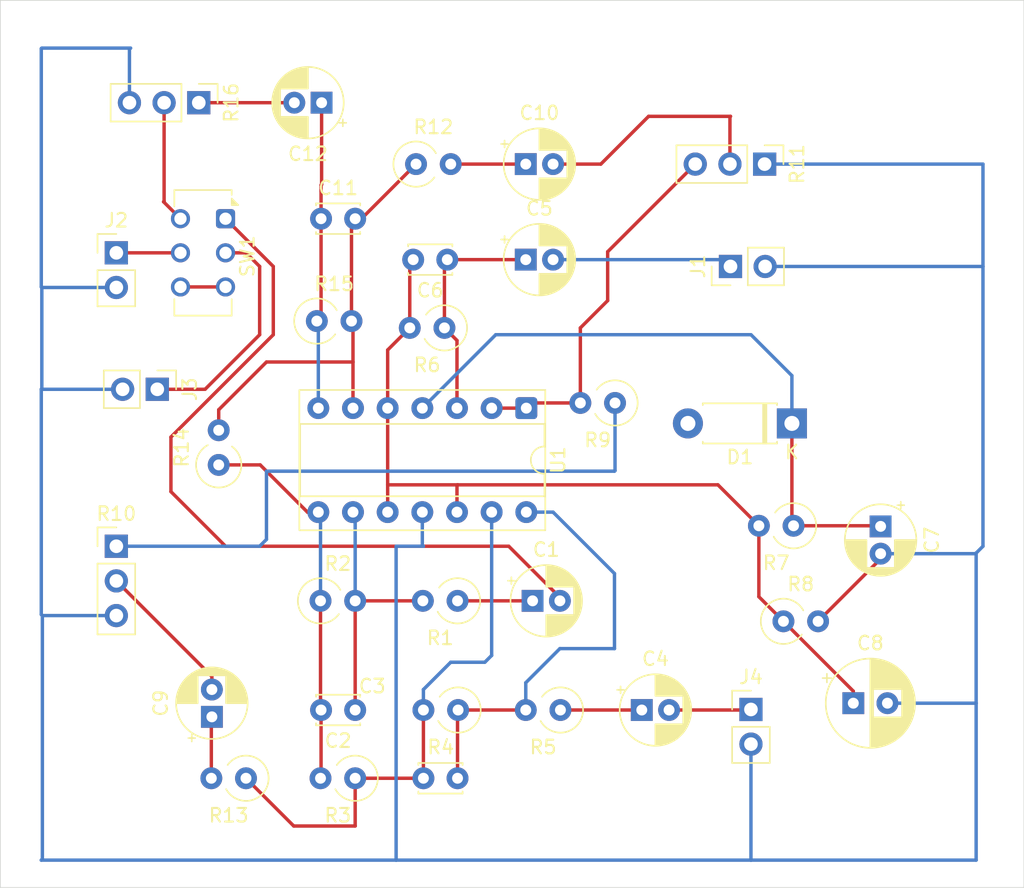
<source format=kicad_pcb>
(kicad_pcb (version 20241229) (generator "pcbnew") (generator_version "9.0")
  (layers (0 "F.Cu" signal) (2 "B.Cu" signal) (13 "F.Paste" user) (15 "B.Paste" user) (5 "F.SilkS" user "F.Silkscreen") (7 "B.SilkS" user "B.Silkscreen") (1 "F.Mask" user) (3 "B.Mask" user) (25 "Edge.Cuts" user))
  (net 0 "")
  (net 1 "Net-(C1-Pad1)")
  (net 2 "Net-(C1-Pad2)")
  (net 3 "Net-(C2-Pad2)")
  (net 4 "Net-(U1C--)")
  (net 5 "Net-(U1D--)")
  (net 6 "Net-(C3-Pad2)")
  (net 7 "Net-(C4-Pad1)")
  (net 8 "Net-(J4-In)")
  (net 9 "Net-(J1-In)")
  (net 10 "Net-(U1A-+)")
  (net 11 "B")
  (net 12 "Earth")
  (net 13 "A")
  (net 14 "Net-(C9-Pad1)")
  (net 15 "Net-(C9-Pad2)")
  (net 16 "Net-(C10-Pad1)")
  (net 17 "Net-(C10-Pad2)")
  (net 18 "Net-(U1B--)")
  (net 19 "Net-(C11-Pad1)")
  (net 20 "Net-(C12-Pad2)")
  (net 21 "+1V0")
  (net 22 "Net-(J2-In)")
  (net 23 "Net-(J3-In)")
  (net 24 "Net-(U1A--)")
  (net 25 "Net-(R10-Pad1)")
  (net 26 "Net-(R16-Pad2)")
  (net 27 "Net-(SW1-A-Pad4)")
  (footprint "Resistor_THT:R_Axial_DIN0309_L9.0mm_D3.2mm_P2.54mm_Vertical" (layer "F.Cu") (at 61 124.04 90)
    (property "Reference" "R14" (at 1.27 -2.72 90) (layer "F.SilkS"))
    (property "Value" "22K")
    (pad "1" thru_hole circle (at 0 0 90) (size 1.6 1.6) (drill 0.8) (layers "*.Cu" "*.Mask") (net 3 "Net-(C2-Pad2)"))
    (pad "2" thru_hole oval (at 2.54 0 90) (size 1.6 1.6) (drill 0.8) (layers "*.Cu" "*.Mask") (net 18 "Net-(U1B--)"))
  )
  (footprint "Resistor_THT:R_Axial_DIN0309_L9.0mm_D3.2mm_P2.54mm_Vertical" (layer "F.Cu") (at 71 147 180)
    (property "Reference" "R3" (at 1.27 -2.72 0) (layer "F.SilkS"))
    (property "Value" "100K")
    (pad "1" thru_hole circle (at 0 0 180) (size 1.6 1.6) (drill 0.8) (layers "*.Cu" "*.Mask") (net 5 "Net-(U1D--)"))
    (pad "2" thru_hole oval (at 2.54 0 180) (size 1.6 1.6) (drill 0.8) (layers "*.Cu" "*.Mask") (net 3 "Net-(C2-Pad2)"))
  )
  (footprint "Connector_PinHeader_2.54mm:PinHeader_1x02_P2.54mm_Vertical" (layer "F.Cu") (at 98.5 109.5 90)
    (property "Reference" "J1" (at 0 -2.38 90) (layer "F.SilkS"))
    (property "Value" "IN FROM TAPE OUT")
    (pad "1" thru_hole rect (at 0 0 90) (size 1.7 1.7) (drill 1) (layers "*.Cu" "*.Mask") (net 9 "Net-(J1-In)"))
    (pad "2" thru_hole circle (at 0 2.54 90) (size 1.7 1.7) (drill 1) (layers "*.Cu" "*.Mask") (net 12 "Earth"))
  )
  (footprint "Resistor_THT:R_Axial_DIN0309_L9.0mm_D3.2mm_P2.54mm_Vertical" (layer "F.Cu") (at 77.54 114 180)
    (property "Reference" "R6" (at 1.27 -2.72 180) (layer "F.SilkS"))
    (property "Value" "47K")
    (pad "1" thru_hole circle (at 0 0 180) (size 1.6 1.6) (drill 0.8) (layers "*.Cu" "*.Mask") (net 10 "Net-(U1A-+)"))
    (pad "2" thru_hole oval (at 2.54 0 180) (size 1.6 1.6) (drill 0.8) (layers "*.Cu" "*.Mask") (net 11 "B"))
  )
  (footprint "Connector_PinHeader_2.54mm:PinHeader_1x02_P2.54mm_Vertical" (layer "F.Cu") (at 53.5 108.5)
    (property "Reference" "J2" (at 0 -2.38 0) (layer "F.SilkS"))
    (property "Value" "OUTPUT")
    (pad "1" thru_hole rect (at 0 0) (size 1.7 1.7) (drill 1) (layers "*.Cu" "*.Mask") (net 22 "Net-(J2-In)"))
    (pad "2" thru_hole circle (at 0 2.54) (size 1.7 1.7) (drill 1) (layers "*.Cu" "*.Mask") (net 12 "Earth"))
  )
  (footprint "Capacitor_THT:C_Disc_D3.0mm_W2.0mm_P2.50mm" (layer "F.Cu") (at 68.5 106)
    (property "Reference" "C11" (at 1.25 -2.25 0) (layer "F.SilkS"))
    (property "Value" "100p")
    (pad "1" thru_hole circle (at 0 0) (size 1.6 1.6) (drill 0.8) (layers "*.Cu" "*.Mask") (net 19 "Net-(C11-Pad1)"))
    (pad "2" thru_hole circle (at 2.5 0) (size 1.6 1.6) (drill 0.8) (layers "*.Cu" "*.Mask") (net 18 "Net-(U1B--)"))
  )
  (footprint "Button_Switch_THT:SW_CK_JS202011CQN_DPDT_Straight" (layer "F.Cu") (at 61.5 106 -90)
    (property "Reference" "SW1" (at 2.75 -1.6 90) (layer "F.SilkS"))
    (property "Value" "BYPASS SWITCH")
    (pad "1" thru_hole roundrect (at 0 0 270) (size 1.4 1.4) (drill 0.9) (layers "*.Cu" "*.Mask") (roundrect_rratio 0.1785714286) (net 2 "Net-(C1-Pad2)"))
    (pad "2" thru_hole circle (at 2.5 0 270) (size 1.4 1.4) (drill 0.9) (layers "*.Cu" "*.Mask") (net 23 "Net-(J3-In)"))
    (pad "3" thru_hole circle (at 5 0 270) (size 1.4 1.4) (drill 0.9) (layers "*.Cu" "*.Mask") (net 27 "Net-(SW1-A-Pad4)"))
    (pad "4" thru_hole circle (at 5 3.3 270) (size 1.4 1.4) (drill 0.9) (layers "*.Cu" "*.Mask") (net 27 "Net-(SW1-A-Pad4)"))
    (pad "5" thru_hole circle (at 2.5 3.3 270) (size 1.4 1.4) (drill 0.9) (layers "*.Cu" "*.Mask") (net 22 "Net-(J2-In)"))
    (pad "6" thru_hole circle (at 0 3.3 270) (size 1.4 1.4) (drill 0.9) (layers "*.Cu" "*.Mask") (net 26 "Net-(R16-Pad2)"))
  )
  (footprint "Resistor_THT:R_Axial_DIN0309_L9.0mm_D3.2mm_P2.54mm_Vertical" (layer "F.Cu") (at 68.46 134)
    (property "Reference" "R2" (at 1.27 -2.72 0) (layer "F.SilkS"))
    (property "Value" "100K")
    (pad "1" thru_hole circle (at 0 0) (size 1.6 1.6) (drill 0.8) (layers "*.Cu" "*.Mask") (net 3 "Net-(C2-Pad2)"))
    (pad "2" thru_hole oval (at 2.54 0) (size 1.6 1.6) (drill 0.8) (layers "*.Cu" "*.Mask") (net 4 "Net-(U1C--)"))
  )
  (footprint "Connector_PinHeader_2.54mm:PinHeader_1x03_P2.54mm_Vertical" (layer "F.Cu") (at 59.54 97.5 -90)
    (property "Reference" "R16" (at 0 -2.38 90) (layer "F.SilkS"))
    (property "Value" "10K-A")
    (pad "1" thru_hole rect (at 0 0 270) (size 1.7 1.7) (drill 1) (layers "*.Cu" "*.Mask") (net 20 "Net-(C12-Pad2)"))
    (pad "2" thru_hole circle (at 0 2.54 270) (size 1.7 1.7) (drill 1) (layers "*.Cu" "*.Mask") (net 26 "Net-(R16-Pad2)"))
    (pad "3" thru_hole circle (at 0 5.08 270) (size 1.7 1.7) (drill 1) (layers "*.Cu" "*.Mask") (net 12 "Earth"))
  )
  (footprint "Capacitor_THT:CP_Radial_D5.0mm_P2.00mm" (layer "F.Cu") (at 92 142)
    (property "Reference" "C4" (at 1 -3.75 0) (layer "F.SilkS"))
    (property "Value" "10uF")
    (pad "1" thru_hole rect (at 0 0) (size 1.6 1.6) (drill 0.8) (layers "*.Cu" "*.Mask") (net 7 "Net-(C4-Pad1)"))
    (pad "2" thru_hole circle (at 2 0) (size 1.6 1.6) (drill 0.8) (layers "*.Cu" "*.Mask") (net 8 "Net-(J4-In)"))
  )
  (footprint "Resistor_THT:R_Axial_DIN0309_L9.0mm_D3.2mm_P2.54mm_Vertical" (layer "F.Cu") (at 78.5 134 180)
    (property "Reference" "R1" (at 1.27 -2.72 0) (layer "F.SilkS"))
    (property "Value" "10K")
    (pad "1" thru_hole circle (at 0 0 180) (size 1.6 1.6) (drill 0.8) (layers "*.Cu" "*.Mask") (net 1 "Net-(C1-Pad1)"))
    (pad "2" thru_hole oval (at 2.54 0 180) (size 1.6 1.6) (drill 0.8) (layers "*.Cu" "*.Mask") (net 4 "Net-(U1C--)"))
  )
  (footprint "Resistor_THT:R_Axial_DIN0309_L9.0mm_D3.2mm_P2.54mm_Vertical" (layer "F.Cu") (at 78.54 142 180)
    (property "Reference" "R4" (at 1.27 -2.72 0) (layer "F.SilkS"))
    (property "Value" "100K")
    (pad "1" thru_hole circle (at 0 0 180) (size 1.6 1.6) (drill 0.8) (layers "*.Cu" "*.Mask") (net 6 "Net-(C3-Pad2)"))
    (pad "2" thru_hole oval (at 2.54 0 180) (size 1.6 1.6) (drill 0.8) (layers "*.Cu" "*.Mask") (net 5 "Net-(U1D--)"))
  )
  (footprint "Resistor_THT:R_Axial_DIN0309_L9.0mm_D3.2mm_P2.54mm_Vertical" (layer "F.Cu") (at 90.04 119.5 180)
    (property "Reference" "R9" (at 1.27 -2.72 0) (layer "F.SilkS"))
    (property "Value" "1.5K")
    (pad "1" thru_hole circle (at 0 0 180) (size 1.6 1.6) (drill 0.8) (layers "*.Cu" "*.Mask") (net 25 "Net-(R10-Pad1)"))
    (pad "2" thru_hole oval (at 2.54 0 180) (size 1.6 1.6) (drill 0.8) (layers "*.Cu" "*.Mask") (net 24 "Net-(U1A--)"))
  )
  (footprint "Capacitor_THT:CP_Radial_D5.0mm_P2.00mm" (layer "F.Cu") (at 84 134)
    (property "Reference" "C1" (at 1 -3.75 0) (layer "F.SilkS"))
    (property "Value" "10uF")
    (pad "1" thru_hole rect (at 0 0) (size 1.6 1.6) (drill 0.8) (layers "*.Cu" "*.Mask") (net 1 "Net-(C1-Pad1)"))
    (pad "2" thru_hole circle (at 2 0) (size 1.6 1.6) (drill 0.8) (layers "*.Cu" "*.Mask") (net 2 "Net-(C1-Pad2)"))
  )
  (footprint "Connector_PinHeader_2.54mm:PinHeader_1x03_P2.54mm_Vertical" (layer "F.Cu") (at 101 102 -90)
    (property "Reference" "R11" (at 0 -2.38 90) (layer "F.SilkS"))
    (property "Value" "10K-A")
    (pad "1" thru_hole rect (at 0 0 270) (size 1.7 1.7) (drill 1) (layers "*.Cu" "*.Mask") (net 12 "Earth"))
    (pad "2" thru_hole circle (at 0 2.54 270) (size 1.7 1.7) (drill 1) (layers "*.Cu" "*.Mask") (net 17 "Net-(C10-Pad2)"))
    (pad "3" thru_hole circle (at 0 5.08 270) (size 1.7 1.7) (drill 1) (layers "*.Cu" "*.Mask") (net 24 "Net-(U1A--)"))
  )
  (footprint "Diode_THT:D_DO-41_SOD81_P7.62mm_Horizontal" (layer "F.Cu") (at 103 121 180)
    (property "Reference" "D1" (at 3.81 -2.47 0) (layer "F.SilkS"))
    (property "Value" "4001")
    (fp_text user "K" (at 0 -2.1 0) (layer "F.SilkS"))
    (pad "1" thru_hole rect (at 0 0 180) (size 2.2 2.2) (drill 1.1) (layers "*.Cu" "*.Mask") (net 13 "A"))
    (pad "2" thru_hole oval (at 7.62 0 180) (size 2.2 2.2) (drill 1.1) (layers "*.Cu" "*.Mask") (net 21 "+1V0"))
  )
  (footprint "Capacitor_THT:C_Disc_D3.0mm_W2.0mm_P2.50mm" (layer "F.Cu") (at 71 142 180)
    (property "Reference" "C2" (at 1.25 -2.25 0) (layer "F.SilkS"))
    (property "Value" "100p")
    (pad "1" thru_hole circle (at 0 0 180) (size 1.6 1.6) (drill 0.8) (layers "*.Cu" "*.Mask") (net 4 "Net-(U1C--)"))
    (pad "2" thru_hole circle (at 2.5 0 180) (size 1.6 1.6) (drill 0.8) (layers "*.Cu" "*.Mask") (net 3 "Net-(C2-Pad2)"))
  )
  (footprint "Capacitor_THT:CP_Radial_D5.0mm_P2.00mm" (layer "F.Cu") (at 60.5 142.5 90)
    (property "Reference" "C9" (at 1 -3.75 90) (layer "F.SilkS"))
    (property "Value" "10uF")
    (pad "1" thru_hole rect (at 0 0 90) (size 1.6 1.6) (drill 0.8) (layers "*.Cu" "*.Mask") (net 14 "Net-(C9-Pad1)"))
    (pad "2" thru_hole circle (at 2 0 90) (size 1.6 1.6) (drill 0.8) (layers "*.Cu" "*.Mask") (net 15 "Net-(C9-Pad2)"))
  )
  (footprint "Connector_PinHeader_2.54mm:PinHeader_1x03_P2.54mm_Vertical" (layer "F.Cu") (at 53.5 130)
    (property "Reference" "R10" (at 0 -2.38 0) (layer "F.SilkS"))
    (property "Value" "20K")
    (pad "1" thru_hole rect (at 0 0) (size 1.7 1.7) (drill 1) (layers "*.Cu" "*.Mask") (net 25 "Net-(R10-Pad1)"))
    (pad "2" thru_hole circle (at 0 2.54) (size 1.7 1.7) (drill 1) (layers "*.Cu" "*.Mask") (net 15 "Net-(C9-Pad2)"))
    (pad "3" thru_hole circle (at 0 5.08) (size 1.7 1.7) (drill 1) (layers "*.Cu" "*.Mask") (net 12 "Earth"))
  )
  (footprint "Capacitor_THT:C_Disc_D3.0mm_W2.0mm_P2.50mm" (layer "F.Cu") (at 76 147)
    (property "Reference" "C3" (at -3.75 -6.75 0) (layer "F.SilkS"))
    (property "Value" "100p")
    (pad "1" thru_hole circle (at 0 0) (size 1.6 1.6) (drill 0.8) (layers "*.Cu" "*.Mask") (net 5 "Net-(U1D--)"))
    (pad "2" thru_hole circle (at 2.5 0) (size 1.6 1.6) (drill 0.8) (layers "*.Cu" "*.Mask") (net 6 "Net-(C3-Pad2)"))
  )
  (footprint "Capacitor_THT:CP_Radial_D5.0mm_P2.00mm" (layer "F.Cu") (at 68.54 97.5 180)
    (property "Reference" "C12" (at 1 -3.75 0) (layer "F.SilkS"))
    (property "Value" "10uF")
    (pad "1" thru_hole rect (at 0 0 180) (size 1.6 1.6) (drill 0.8) (layers "*.Cu" "*.Mask") (net 19 "Net-(C11-Pad1)"))
    (pad "2" thru_hole circle (at 2 0 180) (size 1.6 1.6) (drill 0.8) (layers "*.Cu" "*.Mask") (net 20 "Net-(C12-Pad2)"))
  )
  (footprint "Resistor_THT:R_Axial_DIN0309_L9.0mm_D3.2mm_P2.54mm_Vertical" (layer "F.Cu") (at 68.19 113.5)
    (property "Reference" "R15" (at 1.27 -2.72 0) (layer "F.SilkS"))
    (property "Value" "22K")
    (pad "1" thru_hole circle (at 0 0) (size 1.6 1.6) (drill 0.8) (layers "*.Cu" "*.Mask") (net 19 "Net-(C11-Pad1)"))
    (pad "2" thru_hole oval (at 2.54 0) (size 1.6 1.6) (drill 0.8) (layers "*.Cu" "*.Mask") (net 18 "Net-(U1B--)"))
  )
  (footprint "Resistor_THT:R_Axial_DIN0309_L9.0mm_D3.2mm_P2.54mm_Vertical" (layer "F.Cu") (at 102.38 135.5)
    (property "Reference" "R8" (at 1.27 -2.72 0) (layer "F.SilkS"))
    (property "Value" "10K")
    (pad "1" thru_hole circle (at 0 0) (size 1.6 1.6) (drill 0.8) (layers "*.Cu" "*.Mask") (net 11 "B"))
    (pad "2" thru_hole oval (at 2.54 0) (size 1.6 1.6) (drill 0.8) (layers "*.Cu" "*.Mask") (net 12 "Earth"))
  )
  (footprint "Resistor_THT:R_Axial_DIN0309_L9.0mm_D3.2mm_P2.54mm_Vertical" (layer "F.Cu") (at 75.46 102)
    (property "Reference" "R12" (at 1.27 -2.72 0) (layer "F.SilkS"))
    (property "Value" "22K")
    (pad "1" thru_hole circle (at 0 0) (size 1.6 1.6) (drill 0.8) (layers "*.Cu" "*.Mask") (net 18 "Net-(U1B--)"))
    (pad "2" thru_hole oval (at 2.54 0) (size 1.6 1.6) (drill 0.8) (layers "*.Cu" "*.Mask") (net 16 "Net-(C10-Pad1)"))
  )
  (footprint "Capacitor_THT:CP_Radial_D6.3mm_P2.50mm" (layer "F.Cu") (at 107.5 141.5)
    (property "Reference" "C8" (at 1.25 -4.4 0) (layer "F.SilkS"))
    (property "Value" "220uF")
    (pad "1" thru_hole rect (at 0 0) (size 1.6 1.6) (drill 0.8) (layers "*.Cu" "*.Mask") (net 11 "B"))
    (pad "2" thru_hole circle (at 2.5 0) (size 1.6 1.6) (drill 0.8) (layers "*.Cu" "*.Mask") (net 12 "Earth"))
  )
  (footprint "Package_DIP:DIP-14_W7.62mm_Socket" (layer "F.Cu") (at 83.54 119.88 -90)
    (property "Reference" "U1" (at 3.81 -2.33 90) (layer "F.SilkS"))
    (property "Value" "MC33174")
    (pad "1" thru_hole roundrect (at 0 0 270) (size 1.6 1.6) (drill 0.8) (layers "*.Cu" "*.Mask") (roundrect_rratio 0.15625) (net 24 "Net-(U1A--)"))
    (pad "2" thru_hole circle (at 0 2.54 270) (size 1.6 1.6) (drill 0.8) (layers "*.Cu" "*.Mask") (net 24 "Net-(U1A--)"))
    (pad "3" thru_hole circle (at 0 5.08 270) (size 1.6 1.6) (drill 0.8) (layers "*.Cu" "*.Mask") (net 10 "Net-(U1A-+)"))
    (pad "4" thru_hole circle (at 0 7.62 270) (size 1.6 1.6) (drill 0.8) (layers "*.Cu" "*.Mask") (net 13 "A"))
    (pad "5" thru_hole circle (at 0 10.16 270) (size 1.6 1.6) (drill 0.8) (layers "*.Cu" "*.Mask") (net 11 "B"))
    (pad "6" thru_hole circle (at 0 12.7 270) (size 1.6 1.6) (drill 0.8) (layers "*.Cu" "*.Mask") (net 18 "Net-(U1B--)"))
    (pad "7" thru_hole circle (at 0 15.24 270) (size 1.6 1.6) (drill 0.8) (layers "*.Cu" "*.Mask") (net 19 "Net-(C11-Pad1)"))
    (pad "8" thru_hole circle (at 7.62 15.24 270) (size 1.6 1.6) (drill 0.8) (layers "*.Cu" "*.Mask") (net 3 "Net-(C2-Pad2)"))
    (pad "9" thru_hole circle (at 7.62 12.7 270) (size 1.6 1.6) (drill 0.8) (layers "*.Cu" "*.Mask") (net 4 "Net-(U1C--)"))
    (pad "10" thru_hole circle (at 7.62 10.16 270) (size 1.6 1.6) (drill 0.8) (layers "*.Cu" "*.Mask") (net 11 "B"))
    (pad "11" thru_hole circle (at 7.62 7.62 270) (size 1.6 1.6) (drill 0.8) (layers "*.Cu" "*.Mask") (net 12 "Earth"))
    (pad "12" thru_hole circle (at 7.62 5.08 270) (size 1.6 1.6) (drill 0.8) (layers "*.Cu" "*.Mask") (net 11 "B"))
    (pad "13" thru_hole circle (at 7.62 2.54 270) (size 1.6 1.6) (drill 0.8) (layers "*.Cu" "*.Mask") (net 5 "Net-(U1D--)"))
    (pad "14" thru_hole circle (at 7.62 0 270) (size 1.6 1.6) (drill 0.8) (layers "*.Cu" "*.Mask") (net 6 "Net-(C3-Pad2)"))
  )
  (footprint "Connector_PinHeader_2.54mm:PinHeader_1x02_P2.54mm_Vertical" (layer "F.Cu") (at 56.5 118.5 -90)
    (property "Reference" "J3" (at 0 -2.38 90) (layer "F.SilkS"))
    (property "Value" "INPUT")
    (pad "1" thru_hole rect (at 0 0 270) (size 1.7 1.7) (drill 1) (layers "*.Cu" "*.Mask") (net 23 "Net-(J3-In)"))
    (pad "2" thru_hole circle (at 0 2.54 270) (size 1.7 1.7) (drill 1) (layers "*.Cu" "*.Mask") (net 12 "Earth"))
  )
  (footprint "Connector_PinHeader_2.54mm:PinHeader_1x02_P2.54mm_Vertical" (layer "F.Cu") (at 100 141.96)
    (property "Reference" "J4" (at 0 -2.38 0) (layer "F.SilkS"))
    (property "Value" "OUT TO TAPE INPUT")
    (pad "1" thru_hole rect (at 0 0) (size 1.7 1.7) (drill 1) (layers "*.Cu" "*.Mask") (net 8 "Net-(J4-In)"))
    (pad "2" thru_hole circle (at 0 2.54) (size 1.7 1.7) (drill 1) (layers "*.Cu" "*.Mask") (net 12 "Earth"))
  )
  (footprint "Capacitor_THT:CP_Radial_D5.0mm_P2.00mm" (layer "F.Cu") (at 109.5 128.544888 -90)
    (property "Reference" "C7" (at 1 -3.75 90) (layer "F.SilkS"))
    (property "Value" "10uF")
    (pad "1" thru_hole rect (at 0 0 270) (size 1.6 1.6) (drill 0.8) (layers "*.Cu" "*.Mask") (net 13 "A"))
    (pad "2" thru_hole circle (at 2 0 270) (size 1.6 1.6) (drill 0.8) (layers "*.Cu" "*.Mask") (net 12 "Earth"))
  )
  (footprint "Capacitor_THT:CP_Radial_D5.0mm_P2.00mm" (layer "F.Cu") (at 83.5 109)
    (property "Reference" "C5" (at 1 -3.75 0) (layer "F.SilkS"))
    (property "Value" "10uF")
    (pad "1" thru_hole rect (at 0 0) (size 1.6 1.6) (drill 0.8) (layers "*.Cu" "*.Mask") (net 10 "Net-(U1A-+)"))
    (pad "2" thru_hole circle (at 2 0) (size 1.6 1.6) (drill 0.8) (layers "*.Cu" "*.Mask") (net 9 "Net-(J1-In)"))
  )
  (footprint "Resistor_THT:R_Axial_DIN0309_L9.0mm_D3.2mm_P2.54mm_Vertical" (layer "F.Cu") (at 86.04 142 180)
    (property "Reference" "R5" (at 1.27 -2.72 0) (layer "F.SilkS"))
    (property "Value" "100")
    (pad "1" thru_hole circle (at 0 0 180) (size 1.6 1.6) (drill 0.8) (layers "*.Cu" "*.Mask") (net 7 "Net-(C4-Pad1)"))
    (pad "2" thru_hole oval (at 2.54 0 180) (size 1.6 1.6) (drill 0.8) (layers "*.Cu" "*.Mask") (net 6 "Net-(C3-Pad2)"))
  )
  (footprint "Capacitor_THT:C_Disc_D3.0mm_W2.0mm_P2.50mm" (layer "F.Cu") (at 77.75 109 180)
    (property "Reference" "C6" (at 1.25 -2.25 0) (layer "F.SilkS"))
    (property "Value" "100p")
    (pad "1" thru_hole circle (at 0 0 180) (size 1.6 1.6) (drill 0.8) (layers "*.Cu" "*.Mask") (net 10 "Net-(U1A-+)"))
    (pad "2" thru_hole circle (at 2.5 0 180) (size 1.6 1.6) (drill 0.8) (layers "*.Cu" "*.Mask") (net 11 "B"))
  )
  (footprint "Resistor_THT:R_Axial_DIN0309_L9.0mm_D3.2mm_P2.54mm_Vertical" (layer "F.Cu") (at 103.12 128.5 180)
    (property "Reference" "R7" (at 1.27 -2.72 0) (layer "F.SilkS"))
    (property "Value" "10K")
    (pad "1" thru_hole circle (at 0 0 180) (size 1.6 1.6) (drill 0.8) (layers "*.Cu" "*.Mask") (net 13 "A"))
    (pad "2" thru_hole oval (at 2.54 0 180) (size 1.6 1.6) (drill 0.8) (layers "*.Cu" "*.Mask") (net 11 "B"))
  )
  (footprint "Resistor_THT:R_Axial_DIN0309_L9.0mm_D3.2mm_P2.54mm_Vertical" (layer "F.Cu") (at 63 147 180)
    (property "Reference" "R13" (at 1.27 -2.72 0) (layer "F.SilkS"))
    (property "Value" "100K")
    (pad "1" thru_hole circle (at 0 0 180) (size 1.6 1.6) (drill 0.8) (layers "*.Cu" "*.Mask") (net 5 "Net-(U1D--)"))
    (pad "2" thru_hole oval (at 2.54 0 180) (size 1.6 1.6) (drill 0.8) (layers "*.Cu" "*.Mask") (net 14 "Net-(C9-Pad1)"))
  )
  (footprint "Capacitor_THT:CP_Radial_D5.0mm_P2.00mm" (layer "F.Cu") (at 83.5 102)
    (property "Reference" "C10" (at 1 -3.75 0) (layer "F.SilkS"))
    (property "Value" "10uF")
    (pad "1" thru_hole rect (at 0 0) (size 1.6 1.6) (drill 0.8) (layers "*.Cu" "*.Mask") (net 16 "Net-(C10-Pad1)"))
    (pad "2" thru_hole circle (at 2 0) (size 1.6 1.6) (drill 0.8) (layers "*.Cu" "*.Mask") (net 17 "Net-(C10-Pad2)"))
  )
  (gr_line (start 120 155) (end 45 155) (stroke (width 0.05)) (layer "Edge.Cuts"))
  (gr_line (start 45 90) (end 120 90) (stroke (width 0.05)) (layer "Edge.Cuts"))
  (gr_line (start 120 90) (end 120 155) (stroke (width 0.05)) (layer "Edge.Cuts"))
  (gr_line (start 45 155) (end 45 90) (stroke (width 0.05)) (layer "Edge.Cuts"))
  (segment (start 78.5 134) (end 84 134) (width 0.25) (layer "F.Cu") (net 1))
  (segment (start 86 133.748) (end 82.252 130) (width 0.25) (layer "F.Cu") (net 2))
  (segment (start 86 134) (end 86 133.748) (width 0.25) (layer "F.Cu") (net 2))
  (segment (start 57.5 122) (end 65 114.5) (width 0.25) (layer "F.Cu") (net 2))
  (segment (start 65 114.5) (end 65 109.5) (width 0.25) (layer "F.Cu") (net 2))
  (segment (start 57.5 126) (end 57.5 122) (width 0.25) (layer "F.Cu") (net 2))
  (segment (start 82.252 130) (end 61.5 130) (width 0.25) (layer "F.Cu") (net 2))
  (segment (start 65 109.5) (end 61.5 106) (width 0.25) (layer "F.Cu") (net 2))
  (segment (start 61.5 130) (end 57.5 126) (width 0.25) (layer "F.Cu") (net 2))
  (segment (start 68.5 146.96) (end 68.46 147) (width 0.25) (layer "F.Cu") (net 3))
  (segment (start 67.5 127.5) (end 64.04 124.04) (width 0.25) (layer "F.Cu") (net 3))
  (segment (start 68.3 127.5) (end 67.5 127.5) (width 0.25) (layer "F.Cu") (net 3))
  (segment (start 68.5 142) (end 68.5 146.96) (width 0.25) (layer "F.Cu") (net 3))
  (segment (start 64.04 124.04) (end 61 124.04) (width 0.25) (layer "F.Cu") (net 3))
  (segment (start 68.46 141.96) (end 68.5 142) (width 0.25) (layer "F.Cu") (net 3))
  (segment (start 68.46 134) (end 68.46 141.96) (width 0.25) (layer "F.Cu") (net 3))
  (segment (start 68.3 133.84) (end 68.46 134) (width 0.25) (layer "F.Cu") (net 3))
  (segment (start 68.46 127.66) (end 68.3 127.5) (width 0.25) (layer "B.Cu") (net 3))
  (segment (start 68.46 134) (end 68.46 127.66) (width 0.25) (layer "B.Cu") (net 3))
  (segment (start 70.84 133.84) (end 71 134) (width 0.25) (layer "F.Cu") (net 4))
  (segment (start 71 134) (end 71 142) (width 0.25) (layer "F.Cu") (net 4))
  (segment (start 71 134) (end 75.96 134) (width 0.25) (layer "F.Cu") (net 4))
  (segment (start 71 127.66) (end 70.84 127.5) (width 0.25) (layer "B.Cu") (net 4))
  (segment (start 71 134) (end 71 127.66) (width 0.25) (layer "B.Cu") (net 4))
  (segment (start 66.5 150.5) (end 63 147) (width 0.25) (layer "F.Cu") (net 5))
  (segment (start 71 150.5) (end 66.5 150.5) (width 0.25) (layer "F.Cu") (net 5))
  (segment (start 71 147) (end 71 150.5) (width 0.25) (layer "F.Cu") (net 5))
  (segment (start 71 147) (end 76 147) (width 0.25) (layer "F.Cu") (net 5))
  (segment (start 76 147) (end 76 142) (width 0.25) (layer "F.Cu") (net 5))
  (segment (start 76 140.5) (end 76 142) (width 0.25) (layer "B.Cu") (net 5))
  (segment (start 78 138.5) (end 76 140.5) (width 0.25) (layer "B.Cu") (net 5))
  (segment (start 81 138) (end 80.5 138.5) (width 0.25) (layer "B.Cu") (net 5))
  (segment (start 80.5 138.5) (end 78 138.5) (width 0.25) (layer "B.Cu") (net 5))
  (segment (start 81 127.5) (end 81 138) (width 0.25) (layer "B.Cu") (net 5))
  (segment (start 78.5 142.04) (end 78.54 142) (width 0.25) (layer "F.Cu") (net 6))
  (segment (start 78.5 147) (end 78.5 142.04) (width 0.25) (layer "F.Cu") (net 6))
  (segment (start 78.54 142) (end 83.5 142) (width 0.25) (layer "F.Cu") (net 6))
  (segment (start 90 137.5) (end 90 132) (width 0.25) (layer "B.Cu") (net 6))
  (segment (start 83.5 142) (end 83.5 140) (width 0.25) (layer "B.Cu") (net 6))
  (segment (start 83.5 140) (end 86 137.5) (width 0.25) (layer "B.Cu") (net 6))
  (segment (start 86 137.5) (end 90 137.5) (width 0.25) (layer "B.Cu") (net 6))
  (segment (start 90 132) (end 85.5 127.5) (width 0.25) (layer "B.Cu") (net 6))
  (segment (start 85.5 127.5) (end 83.54 127.5) (width 0.25) (layer "B.Cu") (net 6))
  (segment (start 86.04 142) (end 92 142) (width 0.25) (layer "F.Cu") (net 7))
  (segment (start 94 142) (end 99.96 142) (width 0.25) (layer "F.Cu") (net 8))
  (segment (start 99.96 142) (end 100 141.96) (width 0.25) (layer "F.Cu") (net 8))
  (segment (start 98 109) (end 98.5 109.5) (width 0.25) (layer "B.Cu") (net 9))
  (segment (start 85.5 109) (end 98 109) (width 0.25) (layer "B.Cu") (net 9))
  (segment (start 77.75 109) (end 83.5 109) (width 0.25) (layer "F.Cu") (net 10))
  (segment (start 77.54 114) (end 77.54 109.21) (width 0.25) (layer "F.Cu") (net 10))
  (segment (start 77.54 109.21) (end 77.75 109) (width 0.25) (layer "F.Cu") (net 10))
  (segment (start 78.46 114.92) (end 77.54 114) (width 0.25) (layer "F.Cu") (net 10))
  (segment (start 78.46 119.88) (end 78.46 114.92) (width 0.25) (layer "F.Cu") (net 10))
  (segment (start 97.58 125.5) (end 100.58 128.5) (width 0.25) (layer "F.Cu") (net 11))
  (segment (start 75 109.25) (end 75.25 109) (width 0.25) (layer "F.Cu") (net 11))
  (segment (start 73.38 125.5) (end 73.38 119.88) (width 0.25) (layer "F.Cu") (net 11))
  (segment (start 75 114) (end 75 109.25) (width 0.25) (layer "F.Cu") (net 11))
  (segment (start 73.38 119.88) (end 73.38 115.62) (width 0.25) (layer "F.Cu") (net 11))
  (segment (start 78.5 125.5) (end 97.58 125.5) (width 0.25) (layer "F.Cu") (net 11))
  (segment (start 78.46 125.54) (end 78.5 125.5) (width 0.25) (layer "F.Cu") (net 11))
  (segment (start 73.38 115.62) (end 75 114) (width 0.25) (layer "F.Cu") (net 11))
  (segment (start 100.58 133.7) (end 102.38 135.5) (width 0.25) (layer "F.Cu") (net 11))
  (segment (start 100.58 128.5) (end 100.58 133.7) (width 0.25) (layer "F.Cu") (net 11))
  (segment (start 78.5 125.5) (end 73.38 125.5) (width 0.25) (layer "F.Cu") (net 11))
  (segment (start 78.46 127.5) (end 78.46 125.54) (width 0.25) (layer "F.Cu") (net 11))
  (segment (start 107.5 140.62) (end 107.5 141.5) (width 0.25) (layer "F.Cu") (net 11))
  (segment (start 73.38 127.5) (end 73.38 125.5) (width 0.25) (layer "F.Cu") (net 11))
  (segment (start 102.38 135.5) (end 107.5 140.62) (width 0.25) (layer "F.Cu") (net 11))
  (segment (start 109.5 130.92) (end 109.5 130.544888) (width 0.25) (layer "F.Cu") (net 12))
  (segment (start 104.92 135.5) (end 109.5 130.92) (width 0.25) (layer "F.Cu") (net 12))
  (segment (start 48.08 135.08) (end 53.5 135.08) (width 0.25) (layer "B.Cu") (net 12))
  (segment (start 116.5 141.5) (end 116.5 130.5) (width 0.25) (layer "B.Cu") (net 12))
  (segment (start 54.54 93.5) (end 54.46 93.58) (width 0.25) (layer "B.Cu") (net 12))
  (segment (start 116.455112 130.544888) (end 109.5 130.544888) (width 0.25) (layer "B.Cu") (net 12))
  (segment (start 75.92 129.92) (end 75.92 127.5) (width 0.25) (layer "B.Cu") (net 12))
  (segment (start 74 130) (end 76 130) (width 0.25) (layer "B.Cu") (net 12))
  (segment (start 48 135) (end 48.08 135.08) (width 0.25) (layer "B.Cu") (net 12))
  (segment (start 48.08 152.92) (end 48 153) (width 0.25) (layer "B.Cu") (net 12))
  (segment (start 74 153) (end 100 153) (width 0.25) (layer "B.Cu") (net 12))
  (segment (start 116.5 130.5) (end 117 130) (width 0.25) (layer "B.Cu") (net 12))
  (segment (start 48 118.5) (end 48 135) (width 0.25) (layer "B.Cu") (net 12))
  (segment (start 100 153) (end 116.5 153) (width 0.25) (layer "B.Cu") (net 12))
  (segment (start 48.04 111.04) (end 48 111) (width 0.25) (layer "B.Cu") (net 12))
  (segment (start 116.5 141.5) (end 110 141.5) (width 0.25) (layer "B.Cu") (net 12))
  (segment (start 48 118.5) (end 53.96 118.5) (width 0.25) (layer "B.Cu") (net 12))
  (segment (start 54.46 93.58) (end 54.46 97.5) (width 0.25) (layer "B.Cu") (net 12))
  (segment (start 48.04 118.46) (end 48 118.5) (width 0.25) (layer "B.Cu") (net 12))
  (segment (start 53.5 111.04) (end 48.04 111.04) (width 0.25) (layer "B.Cu") (net 12))
  (segment (start 100 153) (end 100 144.5) (width 0.25) (layer "B.Cu") (net 12))
  (segment (start 48 93.54) (end 48.04 93.5) (width 0.25) (layer "B.Cu") (net 12))
  (segment (start 101.04 109.5) (end 117 109.5) (width 0.25) (layer "B.Cu") (net 12))
  (segment (start 117 109.5) (end 117 102) (width 0.25) (layer "B.Cu") (net 12))
  (segment (start 117 130) (end 117 109.5) (width 0.25) (layer "B.Cu") (net 12))
  (segment (start 74 153) (end 74 130) (width 0.25) (layer "B.Cu") (net 12))
  (segment (start 48 153) (end 74 153) (width 0.25) (layer "B.Cu") (net 12))
  (segment (start 48.08 135.08) (end 48.08 152.92) (width 0.25) (layer "B.Cu") (net 12))
  (segment (start 48.04 93.5) (end 54.54 93.5) (width 0.25) (layer "B.Cu") (net 12))
  (segment (start 76 130) (end 75.92 129.92) (width 0.25) (layer "B.Cu") (net 12))
  (segment (start 48 111) (end 48 93.54) (width 0.25) (layer "B.Cu") (net 12))
  (segment (start 116.5 153) (end 116.5 141.5) (width 0.25) (layer "B.Cu") (net 12))
  (segment (start 116.5 130.5) (end 116.455112 130.544888) (width 0.25) (layer "B.Cu") (net 12))
  (segment (start 48.04 111.04) (end 48.04 118.46) (width 0.25) (layer "B.Cu") (net 12))
  (segment (start 101 102) (end 117 102) (width 0.25) (layer "B.Cu") (net 12))
  (segment (start 103 128.38) (end 103.12 128.5) (width 0.25) (layer "F.Cu") (net 13))
  (segment (start 103 121) (end 103 128.38) (width 0.25) (layer "F.Cu") (net 13))
  (segment (start 103.12 128.5) (end 109.455112 128.5) (width 0.25) (layer "F.Cu") (net 13))
  (segment (start 109.455112 128.5) (end 109.5 128.544888) (width 0.25) (layer "F.Cu") (net 13))
  (segment (start 103 117.5) (end 100 114.5) (width 0.25) (layer "B.Cu") (net 13))
  (segment (start 100 114.5) (end 81.3 114.5) (width 0.25) (layer "B.Cu") (net 13))
  (segment (start 103 121) (end 103 117.5) (width 0.25) (layer "B.Cu") (net 13))
  (segment (start 81.3 114.5) (end 75.92 119.88) (width 0.25) (layer "B.Cu") (net 13))
  (segment (start 60.46 147) (end 60.46 142.54) (width 0.25) (layer "F.Cu") (net 14))
  (segment (start 60.46 142.54) (end 60.5 142.5) (width 0.25) (layer "F.Cu") (net 14))
  (segment (start 60.5 140.5) (end 60.5 139.54) (width 0.25) (layer "F.Cu") (net 15))
  (segment (start 60.5 139.54) (end 53.5 132.54) (width 0.25) (layer "F.Cu") (net 15))
  (segment (start 83.5 102) (end 78 102) (width 0.25) (layer "F.Cu") (net 16))
  (segment (start 98.46 98.54) (end 98.46 102) (width 0.25) (layer "F.Cu") (net 17))
  (segment (start 92.5 98.5) (end 98.5 98.5) (width 0.25) (layer "F.Cu") (net 17))
  (segment (start 89 102) (end 92.5 98.5) (width 0.25) (layer "F.Cu") (net 17))
  (segment (start 85.5 102) (end 89 102) (width 0.25) (layer "F.Cu") (net 17))
  (segment (start 98.5 98.5) (end 98.46 98.54) (width 0.25) (layer "F.Cu") (net 17))
  (segment (start 75.46 102) (end 71.46 106) (width 0.25) (layer "F.Cu") (net 18))
  (segment (start 71.46 106) (end 71 106) (width 0.25) (layer "F.Cu") (net 18))
  (segment (start 70.73 106.77) (end 70.73 113.5) (width 0.25) (layer "F.Cu") (net 18))
  (segment (start 61 121.5) (end 61 120) (width 0.25) (layer "F.Cu") (net 18))
  (segment (start 61 120) (end 64.5 116.5) (width 0.25) (layer "F.Cu") (net 18))
  (segment (start 70.84 113.88) (end 70.84 116.5) (width 0.25) (layer "F.Cu") (net 18))
  (segment (start 71 106.5) (end 70.73 106.77) (width 0.25) (layer "F.Cu") (net 18))
  (segment (start 70.73 113.77) (end 70.84 113.88) (width 0.25) (layer "F.Cu") (net 18))
  (segment (start 71 106) (end 71 106.5) (width 0.25) (layer "F.Cu") (net 18))
  (segment (start 70.73 113.5) (end 70.73 113.77) (width 0.25) (layer "F.Cu") (net 18))
  (segment (start 70.84 116.5) (end 70.84 119.88) (width 0.25) (layer "F.Cu") (net 18))
  (segment (start 64.5 116.5) (end 70.84 116.5) (width 0.25) (layer "F.Cu") (net 18))
  (segment (start 68.54 103.5) (end 68.5 103.54) (width 0.25) (layer "F.Cu") (net 19))
  (segment (start 68.5 103.54) (end 68.5 106) (width 0.25) (layer "F.Cu") (net 19))
  (segment (start 68.5 113.19) (end 68.19 113.5) (width 0.25) (layer "F.Cu") (net 19))
  (segment (start 68.5 106) (end 68.5 113.19) (width 0.25) (layer "F.Cu") (net 19))
  (segment (start 68.54 97.5) (end 68.54 103.5) (width 0.25) (layer "F.Cu") (net 19))
  (segment (start 68.3 113.61) (end 68.19 113.5) (width 0.25) (layer "B.Cu") (net 19))
  (segment (start 68.3 119.88) (end 68.3 113.61) (width 0.25) (layer "B.Cu") (net 19))
  (segment (start 59.54 97.5) (end 66.54 97.5) (width 0.25) (layer "F.Cu") (net 20))
  (segment (start 58.2 108.5) (end 53.5 108.5) (width 0.25) (layer "F.Cu") (net 22))
  (segment (start 64 114.5) (end 60 118.5) (width 0.25) (layer "F.Cu") (net 23))
  (segment (start 60 118.5) (end 56.5 118.5) (width 0.25) (layer "F.Cu") (net 23))
  (segment (start 63 108.5) (end 64 109.5) (width 0.25) (layer "F.Cu") (net 23))
  (segment (start 61.5 108.5) (end 63 108.5) (width 0.25) (layer "F.Cu") (net 23))
  (segment (start 64 109.5) (end 64 114.5) (width 0.25) (layer "F.Cu") (net 23))
  (segment (start 83.54 119.88) (end 81 119.88) (width 0.25) (layer "F.Cu") (net 24))
  (segment (start 87.5 119.5) (end 87.5 114) (width 0.25) (layer "F.Cu") (net 24))
  (segment (start 87.5 119.5) (end 83.92 119.5) (width 0.25) (layer "F.Cu") (net 24))
  (segment (start 89.5 112) (end 89.5 108.42) (width 0.25) (layer "F.Cu") (net 24))
  (segment (start 87.12 119.88) (end 87.5 119.5) (width 0.25) (layer "F.Cu") (net 24))
  (segment (start 89.5 108.42) (end 95.92 102) (width 0.25) (layer "F.Cu") (net 24))
  (segment (start 83.92 119.5) (end 83.54 119.88) (width 0.25) (layer "F.Cu") (net 24))
  (segment (start 87.5 114) (end 89.5 112) (width 0.25) (layer "F.Cu") (net 24))
  (segment (start 64 130) (end 53.5 130) (width 0.25) (layer "B.Cu") (net 25))
  (segment (start 90 124.5) (end 64.5 124.5) (width 0.25) (layer "B.Cu") (net 25))
  (segment (start 64.5 124.5) (end 64.5 129.5) (width 0.25) (layer "B.Cu") (net 25))
  (segment (start 90.04 119.5) (end 90.04 124.46) (width 0.25) (layer "B.Cu") (net 25))
  (segment (start 90.04 124.46) (end 90 124.5) (width 0.25) (layer "B.Cu") (net 25))
  (segment (start 64.5 129.5) (end 64 130) (width 0.25) (layer "B.Cu") (net 25))
  (segment (start 57 104.72) (end 56.96 104.76) (width 0.25) (layer "F.Cu") (net 26))
  (segment (start 57 97.5) (end 57 104.72) (width 0.25) (layer "F.Cu") (net 26))
  (segment (start 56.96 104.76) (end 58.2 106) (width 0.25) (layer "F.Cu") (net 26))
  (segment (start 61.5 111) (end 58.2 111) (width 0.25) (layer "F.Cu") (net 27))
)
</source>
